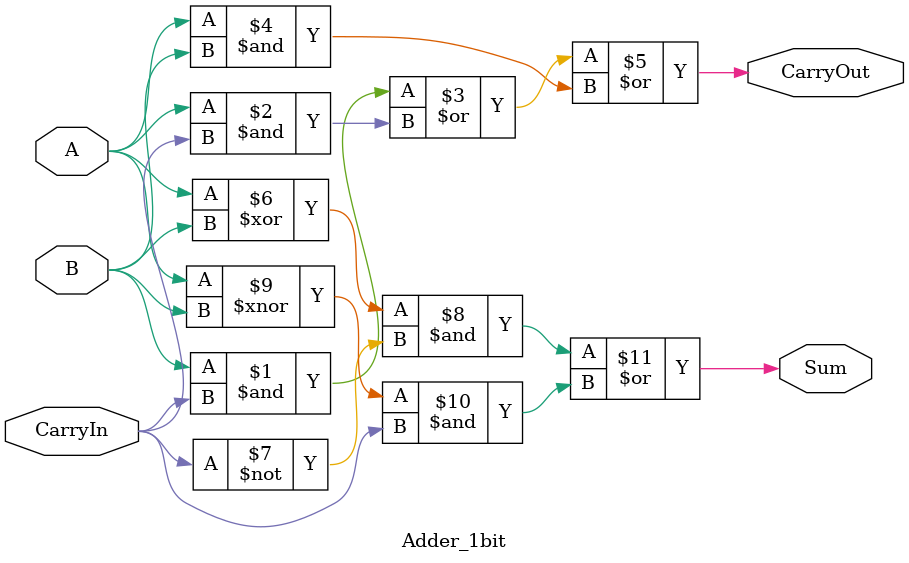
<source format=v>
module Adder_1bit(Sum, CarryOut, A, B, CarryIn);
	input A, B, CarryIn;
	output Sum, CarryOut;

	assign CarryOut = (B&CarryIn)|(A&CarryIn)|(A&B);
	assign Sum = ((A^B)&~CarryIn)|((A^~B)&CarryIn);

endmodule
</source>
